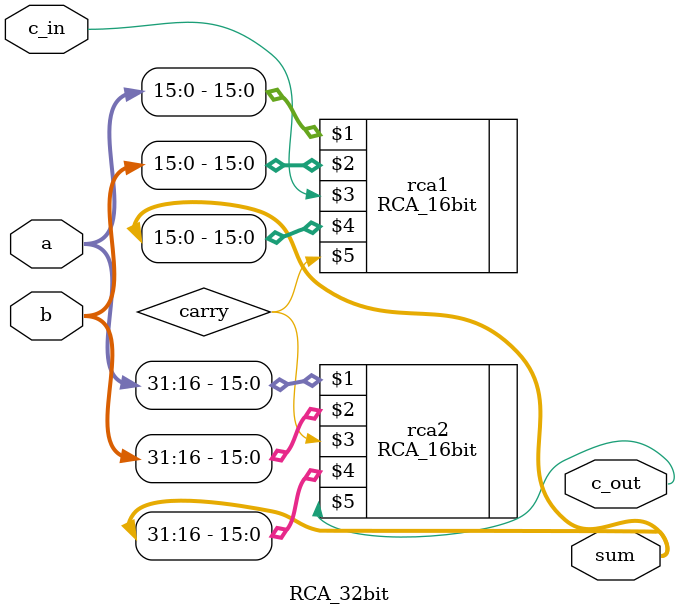
<source format=v>
`timescale 1ns/1ps
module RCA_32bit(
    input [31:0] a,
    input [31:0] b,
    input c_in,
    output [31:0] sum,
    output c_out
);
    wire carry;
    RCA_16bit rca1(a[15:0], b[15:0], c_in, sum[15:0], carry);
    RCA_16bit rca2(a[31:16], b[31:16], carry, sum[31:16], c_out);
endmodule
</source>
